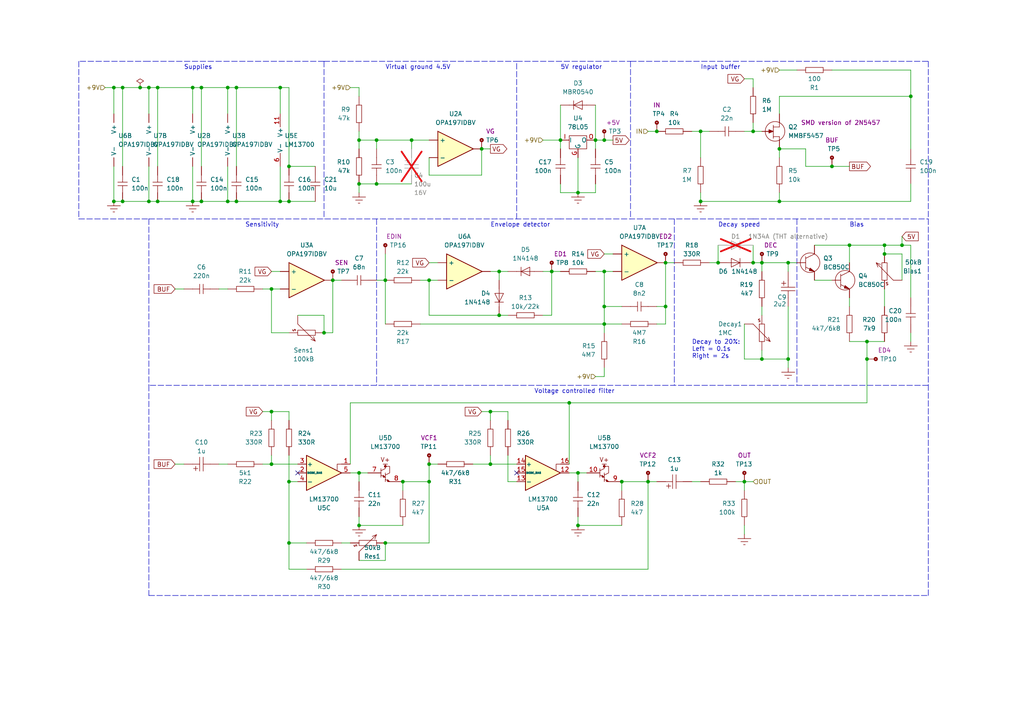
<source format=kicad_sch>
(kicad_sch (version 20230121) (generator eeschema)
  (paper "A4")
  (title_block (title "Snow White Auto Wah") (date "2026-01-03") (rev "2") (company "ghost.sk"))
  (junction (at 116.84 139.7))
  (junction (at 83.82 58.42))
  (junction (at 109.22 53.34))
  (junction (at 109.22 40.64))
  (junction (at 33.02 228.6))
  (junction (at 203.2 38.1))
  (junction (at 43.18 248.92))
  (junction (at 203.2 58.42))
  (junction (at 68.58 58.42))
  (junction (at 175.26 93.98))
  (junction (at 111.76 81.28))
  (junction (at 33.02 261.62))
  (junction (at 38.1 226.06))
  (junction (at 251.46 104.14))
  (junction (at 33.02 58.42))
  (junction (at 256.54 71.12))
  (junction (at 78.74 83.82))
  (junction (at 73.66 223.52))
  (junction (at 35.56 236.22))
  (junction (at 208.28 76.2))
  (junction (at 66.04 223.52))
  (junction (at 83.82 157.48))
  (junction (at 58.42 58.42))
  (junction (at 78.74 119.38))
  (junction (at 93.98 96.52))
  (junction (at 175.26 78.74))
  (junction (at 66.04 25.4))
  (junction (at 35.56 25.4))
  (junction (at 175.26 88.9))
  (junction (at 167.64 55.88))
  (junction (at 261.62 71.12))
  (junction (at 43.18 58.42))
  (junction (at 124.46 134.62))
  (junction (at 167.64 152.4))
  (junction (at 190.5 38.1))
  (junction (at 35.56 58.42))
  (junction (at 111.76 157.48))
  (junction (at 66.04 233.68))
  (junction (at 104.14 53.34))
  (junction (at 193.04 88.9))
  (junction (at 241.3 48.26))
  (junction (at 55.88 58.42))
  (junction (at 256.54 73.66))
  (junction (at 218.44 38.1))
  (junction (at 66.04 243.84))
  (junction (at 228.6 76.2))
  (junction (at 220.98 76.2))
  (junction (at 180.34 139.7))
  (junction (at 251.46 99.06))
  (junction (at 218.44 76.2))
  (junction (at 43.18 261.62))
  (junction (at 83.82 48.26))
  (junction (at 172.72 40.64))
  (junction (at 104.14 137.16))
  (junction (at 215.9 139.7))
  (junction (at 167.64 137.16))
  (junction (at 83.82 139.7))
  (junction (at 165.1 116.84))
  (junction (at 160.02 78.74))
  (junction (at 144.78 91.44))
  (junction (at 228.6 104.14))
  (junction (at 124.46 81.28))
  (junction (at 33.02 25.4))
  (junction (at 38.1 228.6))
  (junction (at 96.52 81.28))
  (junction (at 33.02 259.08))
  (junction (at 33.02 220.98))
  (junction (at 144.78 78.74))
  (junction (at 220.98 104.14))
  (junction (at 139.7 43.18))
  (junction (at 55.88 25.4))
  (junction (at 187.96 139.7))
  (junction (at 58.42 25.4))
  (junction (at 104.14 152.4))
  (junction (at 68.58 25.4))
  (junction (at 193.04 76.2))
  (junction (at 33.02 251.46))
  (junction (at 246.38 71.12))
  (junction (at 43.18 25.4))
  (junction (at 78.74 134.62))
  (junction (at 50.8 246.38))
  (junction (at 81.28 58.42))
  (junction (at 226.06 43.18))
  (junction (at 81.28 25.4))
  (junction (at 45.72 58.42))
  (junction (at 142.24 134.62))
  (junction (at 226.06 58.42))
  (junction (at 40.64 25.4))
  (junction (at 45.72 25.4))
  (junction (at 175.26 40.64))
  (junction (at 33.02 238.76))
  (junction (at 119.38 40.64))
  (junction (at 162.56 40.64))
  (junction (at 142.24 119.38))
  (junction (at 264.16 27.94))
  (junction (at 124.46 139.7))
  (junction (at 104.14 40.64))
  (junction (at 66.04 58.42))
  (no_connect (at 149.86 137.16))
  (no_connect (at 30.48 246.38))
  (no_connect (at 30.48 233.68))
  (no_connect (at 86.36 137.16))
  (wire (pts (xy 241.3 48.26) (xy 246.38 48.26)))
  (polyline (pts (xy 218.44 63.5) (xy 269.24 63.5)) (stroke (width 0) (type dash)))
  (wire (pts (xy 213.36 139.7) (xy 215.9 139.7)))
  (wire (pts (xy 68.58 58.42) (xy 81.28 58.42)))
  (wire (pts (xy 33.02 228.6) (xy 38.1 228.6)))
  (wire (pts (xy 68.58 236.22) (xy 68.58 243.84)))
  (wire (pts (xy 109.22 53.34) (xy 119.38 53.34)))
  (wire (pts (xy 30.48 248.92) (xy 43.18 248.92)))
  (wire (pts (xy 109.22 256.54) (xy 106.68 256.54)))
  (wire (pts (xy 58.42 58.42) (xy 66.04 58.42)))
  (polyline (pts (xy 53.34 213.36) (xy 53.34 271.78)) (stroke (width 0) (type dash)))
  (wire (pts (xy 144.78 78.74) (xy 147.32 78.74)))
  (wire (pts (xy 167.64 137.16) (xy 170.18 137.16)))
  (wire (pts (xy 218.44 71.12) (xy 218.44 76.2)))
  (wire (pts (xy 35.56 25.4) (xy 35.56 48.26)))
  (wire (pts (xy 38.1 228.6) (xy 38.1 251.46)))
  (wire (pts (xy 142.24 119.38) (xy 142.24 121.92)))
  (wire (pts (xy 104.14 251.46) (xy 109.22 251.46)))
  (wire (pts (xy 58.42 25.4) (xy 58.42 48.26)))
  (wire (pts (xy 180.34 139.7) (xy 187.96 139.7)))
  (wire (pts (xy 175.26 106.68) (xy 175.26 109.22)))
  (wire (pts (xy 78.74 119.38) (xy 83.82 119.38)))
  (wire (pts (xy 38.1 226.06) (xy 40.64 226.06)))
  (wire (pts (xy 50.8 83.82) (xy 53.34 83.82)))
  (polyline (pts (xy 53.34 271.78) (xy 96.52 271.78)) (stroke (width 0) (type dash)))
  (wire (pts (xy 86.36 91.44) (xy 93.98 91.44)))
  (wire (pts (xy 180.34 88.9) (xy 175.26 88.9)))
  (wire (pts (xy 104.14 53.34) (xy 109.22 53.34)))
  (wire (pts (xy 228.6 104.14) (xy 228.6 106.68)))
  (wire (pts (xy 127 81.28) (xy 124.46 81.28)))
  (polyline (pts (xy 182.88 17.78) (xy 269.24 17.78)) (stroke (width 0) (type dash)))
  (wire (pts (xy 30.48 228.6) (xy 33.02 228.6)))
  (polyline (pts (xy 93.98 17.78) (xy 93.98 63.5)) (stroke (width 0) (type dash)))
  (wire (pts (xy 68.58 25.4) (xy 68.58 48.26)))
  (wire (pts (xy 172.72 53.34) (xy 172.72 55.88)))
  (polyline (pts (xy 43.18 172.72) (xy 269.24 172.72)) (stroke (width 0) (type dash)))
  (wire (pts (xy 261.62 71.12) (xy 264.16 71.12)))
  (wire (pts (xy 66.04 48.26) (xy 66.04 58.42)))
  (wire (pts (xy 76.2 83.82) (xy 78.74 83.82)))
  (wire (pts (xy 121.92 93.98) (xy 175.26 93.98)))
  (wire (pts (xy 251.46 116.84) (xy 165.1 116.84)))
  (wire (pts (xy 193.04 76.2) (xy 193.04 88.9)))
  (wire (pts (xy 76.2 134.62) (xy 78.74 134.62)))
  (wire (pts (xy 111.76 157.48) (xy 111.76 162.56)))
  (wire (pts (xy 246.38 71.12) (xy 246.38 76.2)))
  (wire (pts (xy 144.78 91.44) (xy 124.46 91.44)))
  (wire (pts (xy 101.6 137.16) (xy 104.14 137.16)))
  (wire (pts (xy 236.22 81.28) (xy 241.3 81.28)))
  (wire (pts (xy 205.74 76.2) (xy 208.28 76.2)))
  (wire (pts (xy 124.46 81.28) (xy 124.46 91.44)))
  (wire (pts (xy 215.9 139.7) (xy 218.44 139.7)))
  (polyline (pts (xy 149.86 63.5) (xy 149.86 17.78)) (stroke (width 0) (type dash)))
  (wire (pts (xy 139.7 119.38) (xy 142.24 119.38)))
  (wire (pts (xy 33.02 25.4) (xy 33.02 33.02)))
  (wire (pts (xy 246.38 99.06) (xy 251.46 99.06)))
  (wire (pts (xy 50.8 246.38) (xy 50.8 251.46)))
  (wire (pts (xy 33.02 220.98) (xy 33.02 223.52)))
  (polyline (pts (xy 109.22 63.5) (xy 109.22 111.76)) (stroke (width 0) (type dash)))
  (wire (pts (xy 142.24 78.74) (xy 144.78 78.74)))
  (wire (pts (xy 139.7 43.18) (xy 139.7 50.8)))
  (wire (pts (xy 83.82 121.92) (xy 83.82 119.38)))
  (wire (pts (xy 78.74 96.52) (xy 83.82 96.52)))
  (wire (pts (xy 33.02 228.6) (xy 33.02 226.06)))
  (wire (pts (xy 104.14 248.92) (xy 109.22 248.92)))
  (wire (pts (xy 30.48 238.76) (xy 33.02 238.76)))
  (polyline (pts (xy 149.86 17.78) (xy 182.88 17.78)) (stroke (width 0) (type dash)))
  (wire (pts (xy 256.54 73.66) (xy 261.62 73.66)))
  (wire (pts (xy 104.14 38.1) (xy 104.14 40.64)))
  (wire (pts (xy 233.68 48.26) (xy 241.3 48.26)))
  (wire (pts (xy 30.48 25.4) (xy 33.02 25.4)))
  (wire (pts (xy 101.6 134.62) (xy 101.6 116.84)))
  (wire (pts (xy 264.16 86.36) (xy 264.16 71.12)))
  (wire (pts (xy 175.26 109.22) (xy 172.72 109.22)))
  (wire (pts (xy 63.5 83.82) (xy 66.04 83.82)))
  (wire (pts (xy 96.52 81.28) (xy 99.06 81.28)))
  (wire (pts (xy 187.96 165.1) (xy 187.96 139.7)))
  (wire (pts (xy 162.56 53.34) (xy 162.56 55.88)))
  (wire (pts (xy 43.18 58.42) (xy 45.72 58.42)))
  (wire (pts (xy 83.82 58.42) (xy 91.44 58.42)))
  (wire (pts (xy 104.14 152.4) (xy 116.84 152.4)))
  (wire (pts (xy 203.2 38.1) (xy 203.2 45.72)))
  (wire (pts (xy 264.16 96.52) (xy 264.16 99.06)))
  (wire (pts (xy 203.2 58.42) (xy 226.06 58.42)))
  (wire (pts (xy 78.74 78.74) (xy 81.28 78.74)))
  (wire (pts (xy 109.22 40.64) (xy 119.38 40.64)))
  (wire (pts (xy 30.48 256.54) (xy 33.02 256.54)))
  (wire (pts (xy 137.16 134.62) (xy 142.24 134.62)))
  (wire (pts (xy 162.56 40.64) (xy 162.56 43.18)))
  (wire (pts (xy 226.06 43.18) (xy 226.06 45.72)))
  (wire (pts (xy 40.64 25.4) (xy 43.18 25.4)))
  (wire (pts (xy 220.98 101.6) (xy 220.98 104.14)))
  (wire (pts (xy 91.44 236.22) (xy 91.44 248.92)))
  (wire (pts (xy 165.1 137.16) (xy 167.64 137.16)))
  (wire (pts (xy 220.98 104.14) (xy 228.6 104.14)))
  (wire (pts (xy 104.14 40.64) (xy 104.14 43.18)))
  (wire (pts (xy 147.32 132.08) (xy 147.32 139.7)))
  (wire (pts (xy 63.5 134.62) (xy 66.04 134.62)))
  (wire (pts (xy 218.44 38.1) (xy 220.98 38.1)))
  (wire (pts (xy 88.9 157.48) (xy 83.82 157.48)))
  (wire (pts (xy 38.1 228.6) (xy 55.88 228.6)))
  (wire (pts (xy 99.06 157.48) (xy 101.6 157.48)))
  (wire (pts (xy 33.02 58.42) (xy 35.56 58.42)))
  (wire (pts (xy 104.14 137.16) (xy 104.14 139.7)))
  (wire (pts (xy 187.96 38.1) (xy 190.5 38.1)))
  (wire (pts (xy 109.22 40.64) (xy 109.22 43.18)))
  (wire (pts (xy 167.64 45.72) (xy 167.64 55.88)))
  (polyline (pts (xy 22.86 63.5) (xy 43.18 63.5)) (stroke (width 0) (type dash)))
  (wire (pts (xy 236.22 71.12) (xy 246.38 71.12)))
  (wire (pts (xy 261.62 68.58) (xy 261.62 71.12)))
  (wire (pts (xy 233.68 43.18) (xy 226.06 43.18)))
  (wire (pts (xy 172.72 40.64) (xy 175.26 40.64)))
  (polyline (pts (xy 22.86 17.78) (xy 22.86 63.5)) (stroke (width 0) (type dash)))
  (wire (pts (xy 45.72 58.42) (xy 55.88 58.42)))
  (wire (pts (xy 190.5 88.9) (xy 193.04 88.9)))
  (wire (pts (xy 66.04 58.42) (xy 68.58 58.42)))
  (wire (pts (xy 215.9 152.4) (xy 215.9 154.94)))
  (polyline (pts (xy 119.38 213.36) (xy 119.38 271.78)) (stroke (width 0) (type dash)))
  (wire (pts (xy 139.7 43.18) (xy 142.24 43.18)))
  (wire (pts (xy 116.84 139.7) (xy 116.84 142.24)))
  (wire (pts (xy 43.18 25.4) (xy 45.72 25.4)))
  (polyline (pts (xy 43.18 63.5) (xy 73.66 63.5)) (stroke (width 0) (type dash)))
  (polyline (pts (xy 182.88 17.78) (xy 182.88 63.5)) (stroke (width 0) (type dash)))
  (wire (pts (xy 256.54 83.82) (xy 256.54 88.9)))
  (wire (pts (xy 35.56 236.22) (xy 40.64 236.22)))
  (wire (pts (xy 35.56 243.84) (xy 35.56 236.22)))
  (wire (pts (xy 93.98 91.44) (xy 93.98 96.52)))
  (wire (pts (xy 66.04 25.4) (xy 68.58 25.4)))
  (wire (pts (xy 55.88 58.42) (xy 58.42 58.42)))
  (wire (pts (xy 30.48 241.3) (xy 33.02 241.3)))
  (wire (pts (xy 66.04 223.52) (xy 66.04 233.68)))
  (wire (pts (xy 88.9 165.1) (xy 83.82 165.1)))
  (wire (pts (xy 241.3 20.32) (xy 264.16 20.32)))
  (wire (pts (xy 78.74 134.62) (xy 86.36 134.62)))
  (wire (pts (xy 220.98 76.2) (xy 220.98 78.74)))
  (wire (pts (xy 175.26 73.66) (xy 177.8 73.66)))
  (wire (pts (xy 116.84 139.7) (xy 124.46 139.7)))
  (wire (pts (xy 220.98 88.9) (xy 220.98 91.44)))
  (wire (pts (xy 261.62 73.66) (xy 261.62 81.28)))
  (wire (pts (xy 73.66 223.52) (xy 66.04 223.52)))
  (wire (pts (xy 144.78 78.74) (xy 144.78 81.28)))
  (wire (pts (xy 83.82 48.26) (xy 91.44 48.26)))
  (wire (pts (xy 78.74 132.08) (xy 78.74 134.62)))
  (wire (pts (xy 203.2 55.88) (xy 203.2 58.42)))
  (wire (pts (xy 104.14 25.4) (xy 104.14 27.94)))
  (wire (pts (xy 50.8 246.38) (xy 86.36 246.38)))
  (wire (pts (xy 124.46 134.62) (xy 127 134.62)))
  (wire (pts (xy 167.64 152.4) (xy 180.34 152.4)))
  (polyline (pts (xy 218.44 63.5) (xy 162.56 63.5)) (stroke (width 0) (type dash)))
  (wire (pts (xy 88.9 223.52) (xy 73.66 223.52)))
  (wire (pts (xy 144.78 91.44) (xy 147.32 91.44)))
  (polyline (pts (xy 73.66 63.5) (xy 129.54 63.5)) (stroke (width 0) (type dash)))
  (wire (pts (xy 101.6 25.4) (xy 104.14 25.4)))
  (polyline (pts (xy 43.18 17.78) (xy 22.86 17.78)) (stroke (width 0) (type dash)))
  (wire (pts (xy 124.46 45.72) (xy 124.46 50.8)))
  (wire (pts (xy 104.14 254) (xy 109.22 254)))
  (wire (pts (xy 33.02 256.54) (xy 33.02 259.08)))
  (wire (pts (xy 76.2 119.38) (xy 78.74 119.38)))
  (wire (pts (xy 88.9 233.68) (xy 86.36 233.68)))
  (wire (pts (xy 147.32 121.92) (xy 147.32 119.38)))
  (wire (pts (xy 33.02 251.46) (xy 38.1 251.46)))
  (wire (pts (xy 81.28 48.26) (xy 81.28 58.42)))
  (wire (pts (xy 66.04 33.02) (xy 66.04 25.4)))
  (polyline (pts (xy 269.24 63.5) (xy 269.24 111.76)) (stroke (width 0) (type dash)))
  (wire (pts (xy 220.98 76.2) (xy 228.6 76.2)))
  (wire (pts (xy 55.88 25.4) (xy 58.42 25.4)))
  (wire (pts (xy 104.14 40.64) (xy 109.22 40.64)))
  (polyline (pts (xy 162.56 63.5) (xy 129.54 63.5)) (stroke (width 0) (type dash)))
  (wire (pts (xy 193.04 88.9) (xy 193.04 93.98)))
  (wire (pts (xy 63.5 248.92) (xy 63.5 256.54)))
  (wire (pts (xy 83.82 139.7) (xy 86.36 139.7)))
  (wire (pts (xy 96.52 81.28) (xy 96.52 96.52)))
  (wire (pts (xy 251.46 104.14) (xy 251.46 116.84)))
  (wire (pts (xy 50.8 134.62) (xy 53.34 134.62)))
  (polyline (pts (xy 43.18 111.76) (xy 43.18 172.72)) (stroke (width 0) (type dash)))
  (polyline (pts (xy 12.7 213.36) (xy 53.34 213.36)) (stroke (width 0) (type dash)))
  (wire (pts (xy 45.72 25.4) (xy 55.88 25.4)))
  (wire (pts (xy 167.64 137.16) (xy 167.64 139.7)))
  (wire (pts (xy 215.9 139.7) (xy 215.9 142.24)))
  (wire (pts (xy 43.18 248.92) (xy 43.18 251.46)))
  (wire (pts (xy 55.88 228.6) (xy 55.88 223.52)))
  (wire (pts (xy 78.74 83.82) (xy 81.28 83.82)))
  (wire (pts (xy 30.48 223.52) (xy 33.02 223.52)))
  (wire (pts (xy 124.46 134.62) (xy 124.46 139.7)))
  (polyline (pts (xy 96.52 271.78) (xy 119.38 271.78)) (stroke (width 0) (type dash)))
  (wire (pts (xy 83.82 48.26) (xy 83.82 25.4)))
  (wire (pts (xy 124.46 81.28) (xy 121.92 81.28)))
  (wire (pts (xy 175.26 96.52) (xy 175.26 93.98)))
  (wire (pts (xy 175.26 40.64) (xy 177.8 40.64)))
  (wire (pts (xy 226.06 58.42) (xy 264.16 58.42)))
  (wire (pts (xy 35.56 58.42) (xy 43.18 58.42)))
  (wire (pts (xy 55.88 25.4) (xy 55.88 33.02)))
  (wire (pts (xy 228.6 78.74) (xy 228.6 76.2)))
  (wire (pts (xy 30.48 236.22) (xy 35.56 236.22)))
  (wire (pts (xy 175.26 78.74) (xy 177.8 78.74)))
  (wire (pts (xy 33.02 261.62) (xy 43.18 261.62)))
  (wire (pts (xy 175.26 78.74) (xy 175.26 88.9)))
  (wire (pts (xy 101.6 116.84) (xy 165.1 116.84)))
  (polyline (pts (xy 43.18 63.5) (xy 43.18 111.76)) (stroke (width 0) (type dash)))
  (wire (pts (xy 193.04 76.2) (xy 195.58 76.2)))
  (wire (pts (xy 124.46 76.2) (xy 127 76.2)))
  (wire (pts (xy 124.46 50.8) (xy 139.7 50.8)))
  (wire (pts (xy 30.48 226.06) (xy 33.02 226.06)))
  (wire (pts (xy 30.48 243.84) (xy 35.56 243.84)))
  (wire (pts (xy 71.12 238.76) (xy 71.12 243.84)))
  (wire (pts (xy 63.5 256.54) (xy 81.28 256.54)))
  (wire (pts (xy 104.14 53.34) (xy 104.14 55.88)))
  (wire (pts (xy 30.48 231.14) (xy 50.8 231.14)))
  (wire (pts (xy 111.76 157.48) (xy 124.46 157.48)))
  (wire (pts (xy 142.24 132.08) (xy 142.24 134.62)))
  (wire (pts (xy 81.28 256.54) (xy 81.28 248.92)))
  (wire (pts (xy 157.48 78.74) (xy 160.02 78.74)))
  (wire (pts (xy 38.1 226.06) (xy 38.1 228.6)))
  (wire (pts (xy 160.02 91.44) (xy 160.02 78.74)))
  (polyline (pts (xy 93.98 17.78) (xy 149.86 17.78)) (stroke (width 0) (type dash)))
  (wire (pts (xy 142.24 134.62) (xy 149.86 134.62)))
  (wire (pts (xy 172.72 30.48) (xy 172.72 40.64)))
  (wire (pts (xy 264.16 53.34) (xy 264.16 58.42)))
  (wire (pts (xy 106.68 256.54) (xy 106.68 259.08)))
  (wire (pts (xy 43.18 261.62) (xy 50.8 261.62)))
  (wire (pts (xy 215.9 93.98) (xy 215.9 104.14)))
  (wire (pts (xy 190.5 93.98) (xy 193.04 93.98)))
  (wire (pts (xy 147.32 139.7) (xy 149.86 139.7)))
  (wire (pts (xy 172.72 40.64) (xy 172.72 43.18)))
  (wire (pts (xy 50.8 231.14) (xy 50.8 246.38)))
  (wire (pts (xy 33.02 251.46) (xy 33.02 254)))
  (wire (pts (xy 175.26 88.9) (xy 175.26 93.98)))
  (wire (pts (xy 200.66 38.1) (xy 203.2 38.1)))
  (wire (pts (xy 66.04 233.68) (xy 71.12 233.68)))
  (wire (pts (xy 33.02 25.4) (xy 35.56 25.4)))
  (wire (pts (xy 226.06 20.32) (xy 231.14 20.32)))
  (wire (pts (xy 81.28 25.4) (xy 83.82 25.4)))
  (wire (pts (xy 251.46 99.06) (xy 251.46 104.14)))
  (wire (pts (xy 111.76 81.28) (xy 111.76 93.98)))
  (wire (pts (xy 215.9 104.14) (xy 220.98 104.14)))
  (wire (pts (xy 60.96 243.84) (xy 66.04 243.84)))
  (wire (pts (xy 81.28 248.92) (xy 91.44 248.92)))
  (wire (pts (xy 81.28 33.02) (xy 81.28 25.4)))
  (wire (pts (xy 264.16 20.32) (xy 264.16 27.94)))
  (wire (pts (xy 187.96 139.7) (xy 190.5 139.7)))
  (polyline (pts (xy 231.14 63.5) (xy 231.14 111.76)) (stroke (width 0) (type dash)))
  (wire (pts (xy 167.64 149.86) (xy 167.64 152.4)))
  (wire (pts (xy 180.34 139.7) (xy 180.34 142.24)))
  (polyline (pts (xy 93.98 17.78) (xy 43.18 17.78)) (stroke (width 0) (type dash)))
  (wire (pts (xy 33.02 238.76) (xy 40.64 238.76)))
  (wire (pts (xy 228.6 76.2) (xy 231.14 76.2)))
  (polyline (pts (xy 269.24 172.72) (xy 269.24 111.76)) (stroke (width 0) (type dash)))
  (wire (pts (xy 162.56 55.88) (xy 167.64 55.88)))
  (wire (pts (xy 203.2 38.1) (xy 205.74 38.1)))
  (wire (pts (xy 226.06 55.88) (xy 226.06 58.42)))
  (wire (pts (xy 218.44 25.4) (xy 218.44 22.86)))
  (wire (pts (xy 215.9 22.86) (xy 218.44 22.86)))
  (wire (pts (xy 81.28 58.42) (xy 83.82 58.42)))
  (wire (pts (xy 167.64 55.88) (xy 172.72 55.88)))
  (wire (pts (xy 43.18 248.92) (xy 63.5 248.92)))
  (polyline (pts (xy 12.7 271.78) (xy 53.34 271.78)) (stroke (width 0) (type dash)))
  (wire (pts (xy 86.36 238.76) (xy 86.36 246.38)))
  (wire (pts (xy 228.6 88.9) (xy 228.6 104.14)))
  (wire (pts (xy 104.14 246.38) (xy 109.22 246.38)))
  (wire (pts (xy 30.48 251.46) (xy 33.02 251.46)))
  (polyline (pts (xy 195.58 63.5) (xy 195.58 111.76)) (stroke (width 0) (type dash)))
  (wire (pts (xy 226.06 27.94) (xy 226.06 33.02)))
  (wire (pts (xy 218.44 76.2) (xy 220.98 76.2)))
  (wire (pts (xy 33.02 48.26) (xy 33.02 58.42)))
  (wire (pts (xy 256.54 71.12) (xy 256.54 73.66)))
  (wire (pts (xy 208.28 71.12) (xy 208.28 76.2)))
  (wire (pts (xy 157.48 40.64) (xy 162.56 40.64)))
  (wire (pts (xy 251.46 99.06) (xy 256.54 99.06)))
  (wire (pts (xy 157.48 91.44) (xy 160.02 91.44)))
  (wire (pts (xy 256.54 71.12) (xy 261.62 71.12)))
  (wire (pts (xy 256.54 71.12) (xy 246.38 71.12)))
  (wire (pts (xy 71.12 236.22) (xy 68.58 236.22)))
  (wire (pts (xy 218.44 35.56) (xy 218.44 38.1)))
  (wire (pts (xy 33.02 238.76) (xy 33.02 241.3)))
  (wire (pts (xy 99.06 165.1) (xy 187.96 165.1)))
  (polyline (pts (xy 269.24 17.78) (xy 269.24 63.5)) (stroke (width 0) (type dash)))
  (wire (pts (xy 226.06 27.94) (xy 264.16 27.94)))
  (wire (pts (xy 175.26 93.98) (xy 180.34 93.98)))
  (wire (pts (xy 93.98 96.52) (xy 96.52 96.52)))
  (wire (pts (xy 83.82 132.08) (xy 83.82 139.7)))
  (wire (pts (xy 33.02 261.62) (xy 33.02 259.08)))
  (wire (pts (xy 264.16 43.18) (xy 264.16 27.94)))
  (wire (pts (xy 215.9 38.1) (xy 218.44 38.1)))
  (wire (pts (xy 86.36 236.22) (xy 91.44 236.22)))
  (wire (pts (xy 55.88 48.26) (xy 55.88 58.42)))
  (wire (pts (xy 30.48 254) (xy 33.02 254)))
  (wire (pts (xy 104.14 162.56) (xy 111.76 162.56)))
  (wire (pts (xy 162.56 30.48) (xy 162.56 40.64)))
  (polyline (pts (xy 269.24 111.76) (xy 43.18 111.76)) (stroke (width 0) (type dash)))
  (wire (pts (xy 43.18 33.02) (xy 43.18 25.4)))
  (wire (pts (xy 104.14 149.86) (xy 104.14 152.4)))
  (wire (pts (xy 119.38 40.64) (xy 124.46 40.64)))
  (wire (pts (xy 246.38 86.36) (xy 246.38 88.9)))
  (wire (pts (xy 78.74 119.38) (xy 78.74 121.92)))
  (wire (pts (xy 200.66 139.7) (xy 203.2 139.7)))
  (wire (pts (xy 83.82 139.7) (xy 83.82 157.48)))
  (wire (pts (xy 33.02 220.98) (xy 35.56 220.98)))
  (wire (pts (xy 142.24 119.38) (xy 147.32 119.38)))
  (wire (pts (xy 30.48 259.08) (xy 33.02 259.08)))
  (wire (pts (xy 119.38 40.64) (xy 119.38 43.18)))
  (wire (pts (xy 160.02 78.74) (xy 162.56 78.74)))
  (wire (pts (xy 35.56 25.4) (xy 40.64 25.4)))
  (wire (pts (xy 68.58 25.4) (xy 81.28 25.4)))
  (wire (pts (xy 58.42 25.4) (xy 66.04 25.4)))
  (wire (pts (xy 45.72 48.26) (xy 45.72 25.4)))
  (wire (pts (xy 43.18 48.26) (xy 43.18 58.42)))
  (wire (pts (xy 68.58 243.84) (xy 66.04 243.84)))
  (wire (pts (xy 111.76 73.66) (xy 111.76 81.28)))
  (wire (pts (xy 83.82 157.48) (xy 83.82 165.1)))
  (wire (pts (xy 30.48 220.98) (xy 33.02 220.98)))
  (wire (pts (xy 233.68 48.26) (xy 233.68 43.18)))
  (wire (pts (xy 165.1 116.84) (xy 165.1 134.62)))
  (polyline (pts (xy 12.7 213.36) (xy 12.7 271.78)) (stroke (width 0) (type dash)))
  (wire (pts (xy 109.22 81.28) (xy 111.76 81.28)))
  (wire (pts (xy 104.14 137.16) (xy 106.68 137.16)))
  (wire (pts (xy 124.46 157.48) (xy 124.46 139.7)))
  (wire (pts (xy 78.74 83.82) (xy 78.74 96.52)))
  (wire (pts (xy 172.72 78.74) (xy 175.26 78.74)))
  (polyline (pts (xy 53.34 213.36) (xy 119.38 213.36)) (stroke (width 0) (type dash)))
  (text_box "Rev. 1, 2026-01-03\n- initial version\n\nRev. 2, 2026-02-17\n- ground loop TP2 slightly larger pads\n- JDC1 wire loop slightly larger pads\n- shown pots values\n- added 2 holes as drill templates for audio jacks\n- added hole as drill template for effect on LED\n- C6 moved bit further away from opamp for easier soldering\n- Removed uncertain notes from schematic that was found while building Rev.1" (at 142.24 218.44 0) (size 104.14 55.88) (effects (font (size 1.27 1.27)) (justify left top)))
  (text "Input buffer" (at 203.2 20.32 0) (effects (font (size 1.27 1.27)) (justify left bottom)))
  (text "Virtual ground 4.5V" (at 111.76 20.32 0) (effects (font (size 1.27 1.27)) (justify left bottom)))
  (text "Decay to 20%:\nLeft = 0.1s\nRight = 2s" (at 200.66 104.14 0) (effects (font (size 1.27 1.27)) (justify left bottom)))
  (text "PG is open drain, needs pullup to 3V3 to read it\nLOW  = good (e.g. 9V mode with 9V capable USB 3.0 PD adapter)\nHIGH = bad  (e.g. requested 9V with USB 2.0 adapter, output only 5V)" (at 55.88 269.24 0) (effects (font (size 1.27 1.27)) (justify left bottom)))
  (text "Decay speed" (at 208.28 66.04 0) (effects (font (size 1.27 1.27)) (justify left bottom)))
  (text "Envelope detector" (at 142.24 66.04 0) (effects (font (size 1.27 1.27)) (justify left bottom)))
  (text "Voltage controlled filter" (at 154.94 114.3 0) (effects (font (size 1.27 1.27)) (justify left bottom)))
  (text "USB Power Delivery 3.0\nreceiver chip" (at 66.04 218.44 0) (effects (font (size 1.27 1.27)) (justify left bottom)))
  (text "Bias" (at 246.38 66.04 0) (effects (font (size 1.27 1.27)) (justify left bottom)))
  (text "5V regulator" (at 162.56 20.32 0) (effects (font (size 1.27 1.27)) (justify left bottom)))
  (text "USB C female connector" (at 20.32 215.9 0) (effects (font (size 1.27 1.27)) (justify left bottom)))
  (text "Sensitivity" (at 71.12 66.04 0) (effects (font (size 1.27 1.27)) (justify left bottom)))
  (text "Supplies" (at 53.34 20.32 0) (effects (font (size 1.27 1.27)) (justify left bottom)))
  (global_label "VBUS_20V" (shape output) (at 40.64 226.06 0) (property "Intersheetrefs" "${INTERSHEET_REFS}" (effects hide)))
  (global_label "USB_DN" (shape output) (at 40.64 238.76 0) (property "Intersheetrefs" "${INTERSHEET_REFS}" (effects hide)))
  (global_label "VG" (shape input) (at 175.26 73.66 180) (property "Intersheetrefs" "${INTERSHEET_REFS}" (effects hide)))
  (global_label "VG" (shape input) (at 215.9 22.86 180) (property "Intersheetrefs" "${INTERSHEET_REFS}" (effects hide)))
  (global_label "VBUS_20V" (shape output) (at 104.14 248.92 180) (property "Intersheetrefs" "${INTERSHEET_REFS}" (effects hide)))
  (global_label "USB_DN" (shape output) (at 104.14 251.46 180) (property "Intersheetrefs" "${INTERSHEET_REFS}" (effects hide)))
  (global_label "BUF" (shape input) (at 50.8 134.62 180) (property "Intersheetrefs" "${INTERSHEET_REFS}" (effects hide)))
  (global_label "VG" (shape output) (at 142.24 43.18 0) (property "Intersheetrefs" "${INTERSHEET_REFS}" (effects hide)))
  (global_label "USB_DP" (shape output) (at 104.14 254 180) (property "Intersheetrefs" "${INTERSHEET_REFS}" (effects hide)))
  (global_label "5V" (shape input) (at 261.62 68.58 0) (property "Intersheetrefs" "${INTERSHEET_REFS}" (effects hide)))
  (global_label "OK" (shape input) (at 104.14 246.38 180) (property "Intersheetrefs" "${INTERSHEET_REFS}" (effects hide)))
  (global_label "VG" (shape input) (at 139.7 119.38 180) (property "Intersheetrefs" "${INTERSHEET_REFS}" (effects hide)))
  (global_label "BUF" (shape input) (at 50.8 83.82 180) (property "Intersheetrefs" "${INTERSHEET_REFS}" (effects hide)))
  (global_label "5V" (shape output) (at 177.8 40.64 0) (property "Intersheetrefs" "${INTERSHEET_REFS}" (effects hide)))
  (global_label "OK" (shape input) (at 71.12 243.84 0) (property "Intersheetrefs" "${INTERSHEET_REFS}" (effects hide)))
  (global_label "BUF" (shape output) (at 246.38 48.26 0) (property "Intersheetrefs" "${INTERSHEET_REFS}" (effects hide)))
  (global_label "VG" (shape input) (at 124.46 76.2 180) (property "Intersheetrefs" "${INTERSHEET_REFS}" (effects hide)))
  (global_label "USB_DP" (shape output) (at 40.64 236.22 0) (property "Intersheetrefs" "${INTERSHEET_REFS}" (effects hide)))
  (global_label "VG" (shape input) (at 78.74 78.74 180) (property "Intersheetrefs" "${INTERSHEET_REFS}" (effects hide)))
  (global_label "VG" (shape input) (at 76.2 119.38 180) (property "Intersheetrefs" "${INTERSHEET_REFS}" (effects hide)))
  (hierarchical_label "OUT" (shape input) (at 218.44 139.7 0))
  (hierarchical_label "+9V" (shape input) (at 226.06 20.32 180))
  (hierarchical_label "IN" (shape input) (at 187.96 38.1 180))
  (hierarchical_label "+9V" (shape input) (at 172.72 109.22 180))
  (hierarchical_label "+9V" (shape input) (at 30.48 25.4 180))
  (hierarchical_label "+9V" (shape input) (at 101.6 25.4 180))
  (hierarchical_label "+9V" (shape input) (at 157.48 40.64 180))
  (symbol (lib_id "dvhx-kicad-library-2:C") (at 172.72 48.26 0) (unit 1)
    (property "Reference" "C5" (at 175.26 46.99 0) (effects (justify left)))
    (property "Value" "100n" (at 175.26 49.53 0) (effects (justify left)))
    (property "Footprint" "dvhx-kicad-library-2:C_0805" (effects hide))
    (property "UNIT_PRICE" "0.01" (effects hide))
  )
  (symbol (lib_id "dvhx-kicad-library-2:C") (at 58.42 83.82 270) (unit 1)
    (property "Reference" "C6" (at 58.42 77.47 90))
    (property "Value" "220n" (at 58.42 80.01 90))
    (property "Footprint" "dvhx-kicad-library-2:C_foil_W7.2H6.5T2.5P5.08D0.45mm" (effects hide))
    (property "MIN_ORDER" "10" (effects hide))
    (property "UNIT_PRICE" "0.0427" (effects hide))
    (property "URL" "https://www.lcsc.com/product-detail/C47917119.html" (effects hide))
  )
  (symbol (lib_id "dvhx-kicad-library-2:TLV271") (at 43.18 40.64 0) (unit 2)
    (property "Reference" "U7" (at 44.45 39.37 0) (effects (justify left)))
    (property "Value" "OPA197IDBV" (at 44.45 41.91 0) (effects (justify left)))
    (property "Footprint" "dvhx-kicad-library-2:SOT23-5-OGPNV-V2" (effects hide))
    (property "Datasheet" "https://www.lcsc.com/datasheet/C221351.pdf" (effects hide))
    (property "MIN_ORDER" "1" (effects hide))
    (property "UNIT_PRICE" "0.9670" (effects hide))
    (property "URL" "https://www.lcsc.com/product-detail/C131929.html" (effects hide))
  )
  (symbol (lib_id "power:PWR_FLAG") (at 38.1 226.06 0) (unit 1)
    (property "Reference" "#FLG03" (effects hide))
    (property "Value" "PWR_FLAG" (effects hide))
  )
  (symbol (lib_name "GND_1") (lib_id "dvhx-kicad-library-2:GND") (at 264.16 99.06 0) (unit 1)
    (property "Reference" "#PWR017" (effects hide))
    (property "Value" "GND" (effects hide))
  )
  (symbol (lib_id "dvhx-kicad-library-2:78L05") (at 167.64 40.64 0) (unit 1)
    (property "Reference" "U4" (at 167.64 34.29 0))
    (property "Value" "78L05" (at 167.64 36.83 0))
    (property "Footprint" "dvhx-kicad-library-2:SOT-89-3-OGI" (effects hide))
    (property "Datasheet" "https://www.lcsc.com/datasheet/C347258.pdf" (effects hide))
    (property "MIN_ORDER" "20" (effects hide))
    (property "UNIT_PRICE" "0.0263" (effects hide))
    (property "URL" "https://www.lcsc.com/product-detail/C347258.html" (effects hide))
  )
  (symbol (lib_id "dvhx-kicad-library-2:C") (at 68.58 53.34 0) (unit 1)
    (property "Reference" "C15" (at 71.12 52.07 0) (effects (justify left)))
    (property "Value" "100n" (at 71.12 54.61 0) (effects (justify left)))
    (property "Footprint" "dvhx-kicad-library-2:C_0805" (effects hide))
    (property "UNIT_PRICE" "0.01" (effects hide))
  )
  (symbol (lib_id "dvhx-kicad-library-2:LM13700") (at 93.98 137.16 0) (mirror x) (unit 3)
    (property "Reference" "U5" (at 93.98 147.32 0))
    (property "Value" "LM13700" (at 93.98 144.78 0))
    (property "Footprint" "Package_SO:SOP-16_4.4x10.4mm_P1.27mm" (effects hide))
    (property "Datasheet" "https://www.lcsc.com/datasheet/C174050.pdf" (effects hide))
    (property "MIN_ORDER" "1" (effects hide))
    (property "UNIT_PRICE" "0.5467" (effects hide))
    (property "URL" "https://www.lcsc.com/product-detail/C174050.html" (effects hide))
  )
  (symbol (lib_id "dvhx-kicad-library-2:C_polarized") (at 195.58 139.7 90) (unit 1)
    (property "Reference" "C13" (at 195.58 133.35 90))
    (property "Value" "1u" (at 195.58 135.89 90))
    (property "Footprint" "dvhx-kicad-library-2:C_polarized_D4H7P2D0.45mm" (effects hide))
    (property "Note" "16V" (effects hide))
    (property "MIN_ORDER" "50" (effects hide))
    (property "UNIT_PRICE" "0.0160" (effects hide))
    (property "URL" "https://www.lcsc.com/product-detail/C216323.html" (effects hide))
  )
  (symbol (lib_id "dvhx-kicad-library-2:R") (at 203.2 50.8 0) (mirror x) (unit 1)
    (property "Reference" "R7" (at 200.66 49.53 0) (effects (justify right)))
    (property "Value" "1M" (at 200.66 52.07 0) (effects (justify right)))
    (property "Footprint" "dvhx-kicad-library-2:R_0805" (effects hide))
    (property "UNIT_PRICE" "0.01" (effects hide))
  )
  (symbol (lib_id "dvhx-kicad-library-2:R") (at 167.64 78.74 90) (unit 1)
    (property "Reference" "R14" (at 167.64 73.66 90))
    (property "Value" "10k" (at 167.64 76.2 90))
    (property "Footprint" "dvhx-kicad-library-2:R_0805" (effects hide))
    (property "UNIT_PRICE" "0.01" (effects hide))
  )
  (symbol (lib_id "dvhx-kicad-library-2:R") (at 60.96 223.52 90) (unit 1)
    (property "Reference" "R2" (at 60.96 218.44 90))
    (property "Value" "1k" (at 60.96 220.98 90))
    (property "Footprint" "dvhx-kicad-library-2:R_0603" (effects hide))
    (property "UNIT_PRICE" "DNI" (effects hide))
  )
  (symbol (lib_name "GND_1") (lib_id "dvhx-kicad-library-2:GND") (at 167.64 55.88 0) (unit 1)
    (property "Reference" "#PWR010" (effects hide))
    (property "Value" "GND" (effects hide))
  )
  (symbol (lib_name "GND_1") (lib_id "dvhx-kicad-library-2:GND") (at 104.14 152.4 0) (unit 1)
    (property "Reference" "#PWR013" (effects hide))
    (property "Value" "GND" (effects hide))
  )
  (symbol (lib_id "dvhx-kicad-library-2:C") (at 167.64 144.78 0) (unit 1)
    (property "Reference" "C12" (at 170.18 143.51 0) (effects (justify left)))
    (property "Value" "22n" (at 170.18 146.05 0) (effects (justify left)))
    (property "Footprint" "dvhx-kicad-library-2:C_foil_W7.2H6.5T2.5P5.08D0.45mm" (effects hide))
    (property "MIN_ORDER" "0.0319" (effects hide))
    (property "UNIT_PRICE" "0.0319" (effects hide))
    (property "URL" "https://www.lcsc.com/product-detail/C514189.html" (effects hide))
  )
  (symbol (lib_id "dvhx-kicad-library-2:R") (at 88.9 228.6 0) (unit 1)
    (property "Reference" "R3" (at 91.44 227.33 0) (effects (justify left)))
    (property "Value" "200k" (at 91.44 229.87 0) (effects (justify left)))
    (property "Footprint" "dvhx-kicad-library-2:R_0603" (effects hide))
    (property "UNIT_PRICE" "DNI" (effects hide))
  )
  (symbol (lib_id "dvhx-kicad-library-2:Test_point_D1.5_H0.5") (at 139.7 40.64 270) (mirror x) (unit 1)
    (property "Reference" "TP6" (at 140.97 40.64 90) (effects (justify left)))
    (property "Value" "Test_point_D1.5_H0.5" (effects hide))
    (property "Footprint" "dvhx-kicad-library-2:Test_point_1.5mm_H0.5mm" (effects hide))
    (property "Note" "VG" (at 142.24 38.1 90))
    (property "UNIT_PRICE" "DNI" (effects hide))
  )
  (symbol (lib_id "dvhx-kicad-library-2:R") (at 200.66 76.2 90) (unit 1)
    (property "Reference" "R18" (at 200.66 71.12 90))
    (property "Value" "330R" (at 200.66 73.66 90))
    (property "Footprint" "dvhx-kicad-library-2:R_0805" (effects hide))
    (property "UNIT_PRICE" "0.01" (effects hide))
  )
  (symbol (lib_id "dvhx-kicad-library-2:NPN") (at 236.22 76.2 0) (unit 1)
    (property "Reference" "Q3" (at 238.76 74.93 0) (effects (justify left)))
    (property "Value" "BC850C" (at 238.76 77.47 0) (effects (justify left)))
    (property "Footprint" "dvhx-kicad-library-2:SOT23-BEC" (effects hide))
    (property "Datasheet" "https://www.lcsc.com/datasheet/C21714249.pdf" (effects hide))
    (property "MIN_ORDER" "50" (effects hide))
    (property "UNIT_PRICE" "0.0108" (effects hide))
    (property "URL" "https://www.lcsc.com/product-detail/C21714249.html" (effects hide))
  )
  (symbol (lib_id "dvhx-kicad-library-2:R") (at 195.58 38.1 90) (unit 1)
    (property "Reference" "R4" (at 195.58 33.02 90))
    (property "Value" "10k" (at 195.58 35.56 90))
    (property "Footprint" "dvhx-kicad-library-2:R_0805" (effects hide))
    (property "UNIT_PRICE" "0.01" (effects hide))
  )
  (symbol (lib_id "dvhx-kicad-library-2:C") (at 35.56 53.34 0) (unit 1)
    (property "Reference" "C1" (at 38.1 52.07 0) (effects (justify left)))
    (property "Value" "100n" (at 38.1 54.61 0) (effects (justify left)))
    (property "Footprint" "dvhx-kicad-library-2:C_0805" (effects hide))
    (property "UNIT_PRICE" "0.01" (effects hide))
  )
  (symbol (lib_id "dvhx-kicad-library-2:P") (at 88.9 96.52 270) (unit 1)
    (property "Reference" "Sens1" (at 88.0702 101.6 90))
    (property "Value" "100kB" (at 88.0702 104.14 90))
    (property "Footprint" "dvhx-kicad-library-2:P_Daughterboard_Mono_Davies_1900H" (effects hide))
    (property "MIN_ORDER" "2" (effects hide))
    (property "UNIT_PRICE" "0.80" (effects hide))
    (property "URL" "https://s.click.aliexpress.com/e/_c3w9c93V" (effects hide))
  )
  (symbol (lib_id "dvhx-kicad-library-2:LM13700") (at 177.8 137.16 0) (unit 2)
    (property "Reference" "U5" (at 175.26 127 0))
    (property "Value" "LM13700" (at 175.26 129.54 0))
    (property "Footprint" "Package_SO:SOP-16_4.4x10.4mm_P1.27mm" (effects hide))
    (property "Datasheet" "https://www.lcsc.com/datasheet/C174050.pdf" (effects hide))
    (property "MIN_ORDER" "1" (effects hide))
    (property "UNIT_PRICE" "0.5467" (effects hide))
    (property "URL" "https://www.lcsc.com/product-detail/C174050.html" (effects hide))
  )
  (symbol (lib_id "dvhx-kicad-library-2:R") (at 236.22 20.32 90) (mirror x) (unit 1)
    (property "Reference" "R1" (at 236.22 25.4 90))
    (property "Value" "100" (at 236.22 22.86 90))
    (property "Footprint" "dvhx-kicad-library-2:R_0805" (effects hide))
    (property "UNIT_PRICE" "0.01" (effects hide))
  )
  (symbol (lib_id "dvhx-kicad-library-2:R") (at 78.74 127 0) (mirror x) (unit 1)
    (property "Reference" "R23" (at 76.2 125.73 0) (effects (justify right)))
    (property "Value" "330R" (at 76.2 128.27 0) (effects (justify right)))
    (property "Footprint" "dvhx-kicad-library-2:R_0805" (effects hide))
    (property "UNIT_PRICE" "0.01" (effects hide))
  )
  (symbol (lib_id "dvhx-kicad-library-2:R") (at 208.28 139.7 90) (unit 1)
    (property "Reference" "R32" (at 208.28 134.62 90))
    (property "Value" "1k" (at 208.28 137.16 90))
    (property "Footprint" "dvhx-kicad-library-2:R_0805" (effects hide))
    (property "UNIT_PRICE" "0.01" (effects hide))
  )
  (symbol (lib_id "dvhx-kicad-library-2:LM13700") (at 83.82 40.64 0) (unit 5)
    (property "Reference" "U5" (at 82.55 39.37 0) (effects (justify left)))
    (property "Value" "LM13700" (at 82.55 41.91 0) (effects (justify left)))
    (property "Footprint" "Package_SO:SOP-16_4.4x10.4mm_P1.27mm" (effects hide))
    (property "Datasheet" "https://www.lcsc.com/datasheet/C174050.pdf" (effects hide))
    (property "MIN_ORDER" "1" (effects hide))
    (property "UNIT_PRICE" "0.5467" (effects hide))
    (property "URL" "https://www.lcsc.com/product-detail/C174050.html" (effects hide))
  )
  (symbol (lib_id "dvhx-kicad-library-2:TLV271") (at 88.9 81.28 0) (unit 1)
    (property "Reference" "U3" (at 88.9635 71.12 0))
    (property "Value" "OPA197IDBV" (at 88.9635 73.66 0))
    (property "Footprint" "dvhx-kicad-library-2:SOT23-5-OGPNV-V2" (effects hide))
    (property "Datasheet" "https://www.lcsc.com/datasheet/C221351.pdf" (effects hide))
    (property "MIN_ORDER" "1" (effects hide))
    (property "UNIT_PRICE" "0.9670" (effects hide))
    (property "URL" "https://www.lcsc.com/product-detail/C131929.html" (effects hide))
  )
  (symbol (lib_id "dvhx-kicad-library-2:GND") (at 17.78 266.7 0) (unit 1)
    (property "Reference" "#GND04" (effects hide))
    (property "Value" "GND" (effects hide))
  )
  (symbol (lib_id "dvhx-kicad-library-2:R") (at 152.4 91.44 90) (unit 1)
    (property "Reference" "R13" (at 152.4 86.36 90))
    (property "Value" "10k/22k" (at 152.4 88.9 90))
    (property "Footprint" "dvhx-kicad-library-2:R_0805" (effects hide))
    (property "UNIT_PRICE" "0.01" (effects hide))
  )
  (symbol (lib_id "dvhx-kicad-library-2:R") (at 218.44 30.48 180) (unit 1)
    (property "Reference" "R6" (at 220.98 29.21 0) (effects (justify right)))
    (property "Value" "1M" (at 220.98 31.75 0) (effects (justify right)))
    (property "Footprint" "dvhx-kicad-library-2:R_0805" (effects hide))
    (property "UNIT_PRICE" "0.01" (effects hide))
  )
  (symbol (lib_id "dvhx-kicad-library-2:R") (at 226.06 50.8 180) (unit 1)
    (property "Reference" "R5" (at 228.6 49.53 0) (effects (justify right)))
    (property "Value" "10k" (at 228.6 52.07 0) (effects (justify right)))
    (property "Footprint" "dvhx-kicad-library-2:R_0805" (effects hide))
    (property "UNIT_PRICE" "0.01" (effects hide))
  )
  (symbol (lib_id "dvhx-kicad-library-2:C") (at 66.04 238.76 0) (mirror y) (unit 1)
    (property "Reference" "C22" (at 63.5 237.49 0) (effects (justify left)))
    (property "Value" "1u" (at 63.5 240.03 0) (effects (justify left)))
    (property "Footprint" "dvhx-kicad-library-2:C_0603" (effects hide))
    (property "UNIT_PRICE" "DNI" (effects hide))
  )
  (symbol (lib_name "GND_1") (lib_id "dvhx-kicad-library-2:GND") (at 55.88 58.42 0) (unit 1)
    (property "Reference" "#PWR08" (effects hide))
    (property "Value" "GND" (effects hide))
  )
  (symbol (lib_id "dvhx-kicad-library-2:C") (at 264.16 91.44 0) (mirror y) (unit 1)
    (property "Reference" "C20" (at 261.62 90.17 0) (effects (justify left)))
    (property "Value" "100n" (at 261.62 92.71 0) (effects (justify left)))
    (property "Footprint" "dvhx-kicad-library-2:C_0805" (effects hide))
    (property "UNIT_PRICE" "0.01" (effects hide))
  )
  (symbol (lib_id "dvhx-kicad-library-2:TLV271") (at 33.02 40.64 0) (unit 2)
    (property "Reference" "U6" (at 34.29 39.37 0) (effects (justify left)))
    (property "Value" "OPA197IDBV" (at 34.29 41.91 0) (effects (justify left)))
    (property "Footprint" "dvhx-kicad-library-2:SOT23-5-OGPNV-V2" (effects hide))
    (property "Datasheet" "https://www.lcsc.com/datasheet/C221351.pdf" (effects hide))
    (property "MIN_ORDER" "1" (effects hide))
    (property "UNIT_PRICE" "0.9670" (effects hide))
    (property "URL" "https://www.lcsc.com/product-detail/C131929.html" (effects hide))
  )
  (symbol (lib_id "dvhx-kicad-library-2:C") (at 91.44 53.34 0) (unit 1)
    (property "Reference" "C21" (at 93.98 52.07 0) (effects (justify left)))
    (property "Value" "10u" (at 93.98 54.61 0) (effects (justify left)))
    (property "Footprint" "dvhx-kicad-library-2:C_0805" (effects hide))
    (property "UNIT_PRICE" "0.05" (effects hide))
  )
  (symbol (lib_id "dvhx-kicad-library-2:R") (at 93.98 157.48 90) (mirror x) (unit 1)
    (property "Reference" "R29" (at 93.98 162.56 90))
    (property "Value" "4k7/6k8" (at 93.98 160.02 90))
    (property "Footprint" "dvhx-kicad-library-2:R_0805" (effects hide))
    (property "UNIT_PRICE" "0.01" (effects hide))
  )
  (symbol (lib_id "dvhx-kicad-library-2:TLV271") (at 55.88 40.64 0) (unit 2)
    (property "Reference" "U2" (at 57.15 39.37 0) (effects (justify left)))
    (property "Value" "OPA197IDBV" (at 57.15 41.91 0) (effects (justify left)))
    (property "Footprint" "dvhx-kicad-library-2:SOT23-5-OGPNV-V2" (effects hide))
    (property "Datasheet" "https://www.lcsc.com/datasheet/C221351.pdf" (effects hide))
    (property "MIN_ORDER" "1" (effects hide))
    (property "UNIT_PRICE" "0.9670" (effects hide))
    (property "URL" "https://www.lcsc.com/product-detail/C131929.html" (effects hide))
  )
  (symbol (lib_id "dvhx-kicad-library-2:P") (at 220.98 96.52 0) (mirror x) (unit 1)
    (property "Reference" "Decay1" (at 208.28 93.98 0) (effects (justify left)))
    (property "Value" "1MC" (at 208.28 96.52 0) (effects (justify left)))
    (property "Footprint" "dvhx-kicad-library-2:P_Daughterboard_Mono_Davies_1900H" (effects hide))
    (property "MIN_ORDER" "2" (effects hide))
    (property "UNIT_PRICE" "0.80" (effects hide))
    (property "URL" "https://s.click.aliexpress.com/e/_c3w9c93V" (effects hide))
  )
  (symbol (lib_id "dvhx-kicad-library-2:R") (at 116.84 93.98 90) (mirror x) (unit 1)
    (property "Reference" "R17" (at 116.84 99.06 90))
    (property "Value" "22k" (at 116.84 96.52 90))
    (property "Footprint" "dvhx-kicad-library-2:R_0805" (effects hide))
    (property "UNIT_PRICE" "0.01" (effects hide))
  )
  (symbol (lib_id "dvhx-kicad-library-2:C_polarized") (at 58.42 134.62 90) (unit 1)
    (property "Reference" "C10" (at 58.42 128.27 90))
    (property "Value" "1u" (at 58.42 130.81 90))
    (property "Footprint" "dvhx-kicad-library-2:C_polarized_D4H7P2D0.45mm" (effects hide))
    (property "Note" "16V" (effects hide))
    (property "MIN_ORDER" "50" (effects hide))
    (property "UNIT_PRICE" "0.0160" (effects hide))
    (property "URL" "https://www.lcsc.com/product-detail/C216323.html" (effects hide))
  )
  (symbol (lib_id "dvhx-kicad-library-2:Test_point_D1.5_H0.5") (at 215.9 137.16 270) (mirror x) (unit 1)
    (property "Reference" "TP13" (at 213.36 134.62 90) (effects (justify left)))
    (property "Value" "Test_point_D1.5_H0.5" (effects hide))
    (property "Footprint" "dvhx-kicad-library-2:Test_point_1.5mm_H0.5mm" (effects hide))
    (property "Note" "OUT" (at 215.9 132.08 90))
    (property "UNIT_PRICE" "DNI" (effects hide))
  )
  (symbol (lib_name "GND_1") (lib_id "dvhx-kicad-library-2:GND") (at 104.14 55.88 0) (unit 1)
    (property "Reference" "#PWR09" (effects hide))
    (property "Value" "GND" (effects hide))
  )
  (symbol (lib_id "power:PWR_FLAG") (at 40.64 25.4 0) (unit 1)
    (property "Reference" "#FLG01" (effects hide))
    (property "Value" "PWR_FLAG" (effects hide))
  )
  (symbol (lib_id "dvhx-kicad-library-2:LM13700") (at 114.3 137.16 0) (unit 4)
    (property "Reference" "U5" (at 111.76 127 0))
    (property "Value" "LM13700" (at 111.76 129.54 0))
    (property "Footprint" "Package_SO:SOP-16_4.4x10.4mm_P1.27mm" (effects hide))
    (property "Datasheet" "https://www.lcsc.com/datasheet/C174050.pdf" (effects hide))
    (property "MIN_ORDER" "1" (effects hide))
    (property "UNIT_PRICE" "0.5467" (effects hide))
    (property "URL" "https://www.lcsc.com/product-detail/C174050.html" (effects hide))
  )
  (symbol (lib_id "dvhx-kicad-library-2:R") (at 220.98 83.82 0) (mirror x) (unit 1)
    (property "Reference" "R19" (at 218.44 82.55 0) (effects (justify right)))
    (property "Value" "4k7" (at 218.44 85.09 0) (effects (justify right)))
    (property "Footprint" "dvhx-kicad-library-2:R_0805" (effects hide))
    (property "UNIT_PRICE" "0.01" (effects hide))
  )
  (symbol (lib_id "dvhx-kicad-library-2:C") (at 58.42 53.34 0) (unit 1)
    (property "Reference" "C14" (at 60.96 52.07 0) (effects (justify left)))
    (property "Value" "100n" (at 60.96 54.61 0) (effects (justify left)))
    (property "Footprint" "dvhx-kicad-library-2:C_0805" (effects hide))
    (property "UNIT_PRICE" "0.01" (effects hide))
  )
  (symbol (lib_id "dvhx-kicad-library-2:C") (at 104.14 81.28 270) (unit 1)
    (property "Reference" "C7" (at 104.14 74.93 90))
    (property "Value" "68n" (at 104.14 77.47 90))
    (property "Footprint" "dvhx-kicad-library-2:C_foil_W7.2H6.5T2.5P5.08D0.45mm" (effects hide))
    (property "Datasheet" "https://www.lcsc.com/datasheet/C7502427.pdf" (effects hide))
    (property "MIN_ORDER" "10" (effects hide))
    (property "UNIT_PRICE" "0.0372" (effects hide))
    (property "URL" "https://www.lcsc.com/product-detail/C7502427.html" (effects hide))
  )
  (symbol (lib_id "dvhx-kicad-library-2:MMBFJ201") (at 226.06 38.1 0) (unit 1)
    (property "Reference" "Q2" (at 228.6 36.83 0) (effects (justify left)))
    (property "Value" "MMBF5457" (at 228.6 39.37 0) (effects (justify left)))
    (property "Footprint" "dvhx-kicad-library-2:SOT23-DSG" (effects hide))
    (property "Datasheet" "https://www.lcsc.com/datasheet/C2830807.pdf" (effects hide))
    (property "Note" "SMD version of 2N5457" (at 243.84 35.56 0))
    (property "MIN_ORDER" "5" (effects hide))
    (property "UNIT_PRICE" "0.2877" (effects hide))
    (property "URL" "https://www.lcsc.com/product-detail/C2830807.html" (effects hide))
  )
  (symbol (lib_name "D_1") (lib_id "dvhx-kicad-library-2:D") (at 144.78 86.36 0) (mirror y) (unit 1)
    (property "Reference" "D4" (at 142.24 85.09 0) (effects (justify left)))
    (property "Value" "1N4148" (at 142.24 87.63 0) (effects (justify left)))
    (property "Footprint" "dvhx-kicad-library-2:D_SOD-323-V3" (effects hide))
    (property "Datasheet" "https://www.lcsc.com/datasheet/C437156.pdf" (effects hide))
    (property "MIN_ORDER" "50" (effects hide))
    (property "UNIT_PRICE" "0.0065" (effects hide))
    (property "URL" "https://www.lcsc.com/product-detail/C437156.html" (effects hide))
  )
  (symbol (lib_id "dvhx-kicad-library-2:R") (at 215.9 147.32 0) (mirror x) (unit 1)
    (property "Reference" "R33" (at 213.36 146.05 0) (effects (justify right)))
    (property "Value" "100k" (at 213.36 148.59 0) (effects (justify right)))
    (property "Footprint" "dvhx-kicad-library-2:R_0805" (effects hide))
    (property "UNIT_PRICE" "0.01" (effects hide))
  )
  (symbol (lib_id "dvhx-kicad-library-2:C_polarized") (at 119.38 48.26 0) (unit 1) (dnp yes)
    (property "Reference" "C4" (at 120.0802 50.8739 0) (effects (justify left)))
    (property "Value" "100u" (at 120.0802 53.4139 0) (effects (justify left)))
    (property "Footprint" "dvhx-kicad-library-2:C_polarized_D5mm_H12mm_P2mm" (effects hide))
    (property "Note" "16V" (at 121.92 55.88 0))
    (property "UNIT_PRICE" "0.0227" (effects hide))
    (property "MIN_ORDER" "20" (effects hide))
    (property "URL" "https://www.lcsc.com/product-detail/C106552.html" (effects hide))
  )
  (symbol (lib_id "dvhx-kicad-library-2:R") (at 116.84 147.32 180) (unit 1)
    (property "Reference" "R27" (at 119.38 146.05 0) (effects (justify right)))
    (property "Value" "4k7" (at 119.38 148.59 0) (effects (justify right)))
    (property "Footprint" "dvhx-kicad-library-2:R_0805" (effects hide))
    (property "UNIT_PRICE" "0.01" (effects hide))
  )
  (symbol (lib_id "dvhx-kicad-library-2:R") (at 71.12 134.62 90) (mirror x) (unit 1)
    (property "Reference" "R22" (at 71.12 139.7 90))
    (property "Value" "5k1" (at 71.12 137.16 90))
    (property "Footprint" "dvhx-kicad-library-2:R_0805" (effects hide))
    (property "UNIT_PRICE" "0.01" (effects hide))
  )
  (symbol (lib_name "GND_1") (lib_id "dvhx-kicad-library-2:GND") (at 203.2 58.42 0) (unit 1)
    (property "Reference" "#PWR011" (effects hide))
    (property "Value" "GND" (effects hide))
  )
  (symbol (lib_id "dvhx-kicad-library-2:P") (at 106.68 157.48 270) (mirror x) (unit 1)
    (property "Reference" "Res1" (at 105.5704 161.3703 90) (effects (justify left)))
    (property "Value" "50kB" (at 105.5704 158.8303 90) (effects (justify left)))
    (property "Footprint" "dvhx-kicad-library-2:P_Daughterboard_Mono_Davies_1900H" (effects hide))
    (property "MIN_ORDER" "2" (effects hide))
    (property "UNIT_PRICE" "0.80" (effects hide))
    (property "URL" "https://s.click.aliexpress.com/e/_c3w9c93V" (effects hide))
  )
  (symbol (lib_id "dvhx-kicad-library-2:TLV271") (at 185.42 76.2 0) (unit 1)
    (property "Reference" "U7" (at 185.4835 66.04 0))
    (property "Value" "OPA197IDBV" (at 185.4835 68.58 0))
    (property "Footprint" "dvhx-kicad-library-2:SOT23-5-OGPNV-V2" (effects hide))
    (property "Datasheet" "https://www.lcsc.com/datasheet/C221351.pdf" (effects hide))
    (property "MIN_ORDER" "1" (effects hide))
    (property "UNIT_PRICE" "0.9670" (effects hide))
    (property "URL" "https://www.lcsc.com/product-detail/C131929.html" (effects hide))
  )
  (symbol (lib_id "dvhx-kicad-library-2:GND") (at 35.56 220.98 90) (unit 1)
    (property "Reference" "#GND01" (effects hide))
    (property "Value" "GND" (effects hide))
  )
  (symbol (lib_id "dvhx-kicad-library-2:USB_C") (at 30.48 220.98 0) (mirror y) (unit 1)
    (property "Reference" "U1" (at 22.86 264.16 0))
    (property "Value" "USB_C" (at 22.86 266.7 0))
    (property "Footprint" "dvhx-kicad-library-2:USB_C_Receptacle_HRO_TYPE-C-31-M-12" (effects hide))
    (property "Datasheet" "https://www.lcsc.com/datasheet/lcsc_datasheet_2205251630_Korean-Hroparts-Elec-TYPE-C-31-M-12_C165948.pdf" (effects hide))
    (property "UNIT_PRICE" "DNI" (effects hide))
  )
  (symbol (lib_id "dvhx-kicad-library-2:R") (at 116.84 81.28 90) (unit 1)
    (property "Reference" "R12" (at 116.84 76.2 90))
    (property "Value" "22k" (at 116.84 78.74 90))
    (property "Footprint" "dvhx-kicad-library-2:R_0805" (effects hide))
    (property "UNIT_PRICE" "0.01" (effects hide))
  )
  (symbol (lib_name "GND_1") (lib_id "dvhx-kicad-library-2:GND") (at 228.6 106.68 0) (unit 1)
    (property "Reference" "#PWR012" (effects hide))
    (property "Value" "GND" (effects hide))
  )
  (symbol (lib_id "dvhx-kicad-library-2:Test_point_D1.5_H0.5") (at 124.46 132.08 270) (mirror x) (unit 1)
    (property "Reference" "TP11" (at 121.92 129.54 90) (effects (justify left)))
    (property "Value" "Test_point_D1.5_H0.5" (effects hide))
    (property "Footprint" "dvhx-kicad-library-2:Test_point_1.5mm_H0.5mm" (effects hide))
    (property "Note" "VCF1" (at 124.46 127 90))
    (property "UNIT_PRICE" "DNI" (effects hide))
  )
  (symbol (lib_id "dvhx-kicad-library-2:GND") (at 106.68 259.08 0) (unit 1)
    (property "Reference" "#GND05" (effects hide))
    (property "Value" "GND" (effects hide))
  )
  (symbol (lib_id "dvhx-kicad-library-2:C") (at 83.82 53.34 0) (unit 1)
    (property "Reference" "C16" (at 86.36 52.07 0) (effects (justify left)))
    (property "Value" "100n" (at 86.36 54.61 0) (effects (justify left)))
    (property "Footprint" "dvhx-kicad-library-2:C_0805" (effects hide))
    (property "UNIT_PRICE" "0.01" (effects hide))
  )
  (symbol (lib_id "dvhx-kicad-library-2:D") (at 167.64 30.48 270) (mirror x) (unit 1)
    (property "Reference" "D3" (at 167.64 24.13 90))
    (property "Value" "MBR0540" (at 167.64 26.67 90))
    (property "Footprint" "dvhx-kicad-library-2:D_SOD-123" (effects hide))
    (property "Datasheet" "https://www.lcsc.com/datasheet/C18199087.pdf" (effects hide))
    (property "MIN_ORDER" "50" (effects hide))
    (property "UNIT_PRICE" "0.0127" (effects hide))
    (property "URL" "https://www.lcsc.com/product-detail/C22378362.html" (effects hide))
  )
  (symbol (lib_id "dvhx-kicad-library-2:R") (at 147.32 127 180) (unit 1)
    (property "Reference" "R26" (at 149.86 125.73 0) (effects (justify right)))
    (property "Value" "330R" (at 149.86 128.27 0) (effects (justify right)))
    (property "Footprint" "dvhx-kicad-library-2:R_0805" (effects hide))
    (property "UNIT_PRICE" "0.01" (effects hide))
  )
  (symbol (lib_id "dvhx-kicad-library-2:R") (at 175.26 101.6 0) (mirror x) (unit 1)
    (property "Reference" "R15" (at 172.72 100.33 0) (effects (justify right)))
    (property "Value" "4M7" (at 172.72 102.87 0) (effects (justify right)))
    (property "Footprint" "dvhx-kicad-library-2:R_0805" (effects hide))
    (property "UNIT_PRICE" "0.01" (effects hide))
  )
  (symbol (lib_id "dvhx-kicad-library-2:TLV271") (at 134.62 78.74 0) (unit 1)
    (property "Reference" "U6" (at 134.6835 68.58 0))
    (property "Value" "OPA197IDBV" (at 134.6835 71.12 0))
    (property "Footprint" "dvhx-kicad-library-2:SOT23-5-OGPNV-V2" (effects hide))
    (property "Datasheet" "https://www.lcsc.com/datasheet/C221351.pdf" (effects hide))
    (property "MIN_ORDER" "1" (effects hide))
    (property "UNIT_PRICE" "0.9670" (effects hide))
    (property "URL" "https://www.lcsc.com/product-detail/C131929.html" (effects hide))
  )
  (symbol (lib_id "dvhx-kicad-library-2:R") (at 71.12 83.82 90) (unit 1)
    (property "Reference" "R11" (at 71.12 78.74 90))
    (property "Value" "22k" (at 71.12 81.28 90))
    (property "Footprint" "dvhx-kicad-library-2:R_0805" (effects hide))
    (property "UNIT_PRICE" "0.01" (effects hide))
  )
  (symbol (lib_name "GND_1") (lib_id "dvhx-kicad-library-2:GND") (at 33.02 58.42 0) (unit 1)
    (property "Reference" "#PWR016" (effects hide))
    (property "Value" "GND" (effects hide))
  )
  (symbol (lib_id "dvhx-kicad-library-2:R") (at 256.54 93.98 0) (mirror x) (unit 1)
    (property "Reference" "R20" (at 254 92.71 0) (effects (justify right)))
    (property "Value" "7k9" (at 254 95.25 0) (effects (justify right)))
    (property "Footprint" "dvhx-kicad-library-2:R_0805" (effects hide))
    (property "UNIT_PRICE" "0.01" (effects hide))
  )
  (symbol (lib_id "dvhx-kicad-library-2:C") (at 210.82 38.1 270) (unit 1)
    (property "Reference" "C2" (at 210.82 31.75 90))
    (property "Value" "22n" (at 210.82 34.29 90))
    (property "Footprint" "dvhx-kicad-library-2:C_foil_W7.2H6.5T2.5P5.08D0.45mm" (effects hide))
    (property "MIN_ORDER" "20" (effects hide))
    (property "UNIT_PRICE" "0.0319" (effects hide))
    (property "URL" "https://www.lcsc.com/product-detail/C514189.html" (effects hide))
  )
  (symbol (lib_id "dvhx-kicad-library-2:Test_point_D1.5_H0.5") (at 96.52 78.74 270) (mirror x) (unit 1)
    (property "Reference" "TP7" (at 97.79 78.74 90) (effects (justify left)))
    (property "Value" "Test_point_D1.5_H0.5" (effects hide))
    (property "Footprint" "dvhx-kicad-library-2:Test_point_1.5mm_H0.5mm" (effects hide))
    (property "Note" "SEN" (at 99.06 76.2 90))
    (property "UNIT_PRICE" "DNI" (effects hide))
  )
  (symbol (lib_id "dvhx-kicad-library-2:R") (at 246.38 93.98 0) (mirror x) (unit 1)
    (property "Reference" "R21" (at 243.84 92.71 0) (effects (justify right)))
    (property "Value" "4k7/6k8" (at 243.84 95.25 0) (effects (justify right)))
    (property "Footprint" "dvhx-kicad-library-2:R_0805" (effects hide))
    (property "UNIT_PRICE" "0.01" (effects hide))
  )
  (symbol (lib_name "D_1") (lib_id "dvhx-kicad-library-2:D") (at 213.36 76.2 90) (mirror x) (unit 1)
    (property "Reference" "D6" (at 209.766 78.7139 90))
    (property "Value" "1N4148" (at 215.9 78.74 90))
    (property "Footprint" "dvhx-kicad-library-2:D_SOD-323-V3" (effects hide))
    (property "Datasheet" "https://www.lcsc.com/datasheet/C437156.pdf" (effects hide))
    (property "MIN_ORDER" "50" (effects hide))
    (property "UNIT_PRICE" "0.0065" (effects hide))
    (property "URL" "https://www.lcsc.com/product-detail/C437156.html" (effects hide))
  )
  (symbol (lib_id "dvhx-kicad-library-2:Test_point_D1.5_H0.5") (at 190.5 35.56 270) (mirror x) (unit 1)
    (property "Reference" "TP4" (at 189.23 33.02 90) (effects (justify left)))
    (property "Value" "Test_point_D1.5_H0.5" (effects hide))
    (property "Footprint" "dvhx-kicad-library-2:Test_point_1.5mm_H0.5mm" (effects hide))
    (property "Note" "IN" (at 190.5 30.48 90))
    (property "UNIT_PRICE" "DNI" (effects hide))
  )
  (symbol (lib_id "dvhx-kicad-library-2:GND") (at 33.02 261.62 0) (unit 1)
    (property "Reference" "#GND03" (effects hide))
    (property "Value" "GND" (effects hide))
  )
  (symbol (lib_id "dvhx-kicad-library-2:C") (at 109.22 48.26 0) (unit 1)
    (property "Reference" "C3" (at 111.76 46.99 0) (effects (justify left)))
    (property "Value" "100n" (at 111.76 49.53 0) (effects (justify left)))
    (property "Footprint" "dvhx-kicad-library-2:C_0805" (effects hide))
    (property "UNIT_PRICE" "0.01" (effects hide))
  )
  (symbol (lib_id "dvhx-kicad-library-2:CH221K") (at 71.12 233.68 0) (unit 1)
    (property "Reference" "U8" (at 78.74 226.06 0))
    (property "Value" "CH221K" (at 78.74 228.6 0))
    (property "Footprint" "dvhx-kicad-library-2:SOT23-6" (effects hide))
    (property "Datasheet" "https://www.lcsc.com/datasheet/C5125736.pdf" (effects hide))
    (property "UNIT_PRICE" "DNI" (effects hide))
  )
  (symbol (lib_id "dvhx-kicad-library-2:Test_point_D1.5_H0.5") (at 160.02 76.2 270) (mirror x) (unit 1)
    (property "Reference" "TP8" (at 161.29 76.2 90) (effects (justify left)))
    (property "Value" "Test_point_D1.5_H0.5" (effects hide))
    (property "Footprint" "dvhx-kicad-library-2:Test_point_1.5mm_H0.5mm" (effects hide))
    (property "Note" "ED1" (at 162.56 73.66 90))
    (property "UNIT_PRICE" "DNI" (effects hide))
  )
  (symbol (lib_id "dvhx-kicad-library-2:Test_point_D1.5_H0.5") (at 111.76 71.12 270) (mirror x) (unit 1)
    (property "Reference" "TP16" (at 113.03 71.12 90) (effects (justify left)))
    (property "Value" "Test_point_D1.5_H0.5" (effects hide))
    (property "Footprint" "dvhx-kicad-library-2:Test_point_1.5mm_H0.5mm" (effects hide))
    (property "Note" "EDIN" (at 114.3 68.58 90))
    (property "UNIT_PRICE" "DNI" (effects hide))
  )
  (symbol (lib_id "dvhx-kicad-library-2:R") (at 83.82 127 180) (unit 1)
    (property "Reference" "R24" (at 86.36 125.73 0) (effects (justify right)))
    (property "Value" "330R" (at 86.36 128.27 0) (effects (justify right)))
    (property "Footprint" "dvhx-kicad-library-2:R_0805" (effects hide))
    (property "UNIT_PRICE" "0.01" (effects hide))
  )
  (symbol (lib_id "dvhx-kicad-library-2:Test_point_D1.5_H0.5") (at 254 104.14 0) (mirror x) (unit 1)
    (property "Reference" "TP10" (at 255.27 104.14 0) (effects (justify left)))
    (property "Value" "Test_point_D1.5_H0.5" (effects hide))
    (property "Footprint" "dvhx-kicad-library-2:Test_point_1.5mm_H0.5mm" (effects hide))
    (property "Note" "ED4" (at 256.54 101.6 0))
    (property "UNIT_PRICE" "DNI" (effects hide))
  )
  (symbol (lib_id "dvhx-kicad-library-2:NPN") (at 246.38 81.28 0) (unit 1)
    (property "Reference" "Q4" (at 248.92 80.01 0) (effects (justify left)))
    (property "Value" "BC850C" (at 248.92 82.55 0) (effects (justify left)))
    (property "Footprint" "dvhx-kicad-library-2:SOT23-BEC" (effects hide))
    (property "Datasheet" "https://www.lcsc.com/datasheet/C21714249.pdf" (effects hide))
    (property "MIN_ORDER" "50" (effects hide))
    (property "UNIT_PRICE" "0.0108" (effects hide))
    (property "URL" "https://www.lcsc.com/product-detail/C21714249.html" (effects hide))
  )
  (symbol (lib_id "dvhx-kicad-library-2:C") (at 162.56 48.26 0) (mirror y) (unit 1)
    (property "Reference" "C17" (at 160.02 46.99 0) (effects (justify left)))
    (property "Value" "100n" (at 160.02 49.53 0) (effects (justify left)))
    (property "Footprint" "dvhx-kicad-library-2:C_0805" (effects hide))
    (property "UNIT_PRICE" "0.01" (effects hide))
  )
  (symbol (lib_id "dvhx-kicad-library-2:R") (at 104.14 33.02 0) (mirror x) (unit 1)
    (property "Reference" "R9" (at 101.6 31.75 0) (effects (justify right)))
    (property "Value" "47k" (at 101.6 34.29 0) (effects (justify right)))
    (property "Footprint" "dvhx-kicad-library-2:R_0805" (effects hide))
    (property "UNIT_PRICE" "0.01" (effects hide))
  )
  (symbol (lib_id "dvhx-kicad-library-2:R") (at 104.14 48.26 0) (mirror x) (unit 1)
    (property "Reference" "R10" (at 101.6 46.99 0) (effects (justify right)))
    (property "Value" "47k" (at 101.6 49.53 0) (effects (justify right)))
    (property "Footprint" "dvhx-kicad-library-2:R_0805" (effects hide))
    (property "UNIT_PRICE" "0.01" (effects hide))
  )
  (symbol (lib_id "dvhx-kicad-library-2:C_polarized") (at 228.6 83.82 0) (unit 1)
    (property "Reference" "C9" (at 225.4586 86.2147 0) (effects (justify left)))
    (property "Value" "2u2" (at 224.2743 88.1886 0) (effects (justify left)))
    (property "Footprint" "dvhx-kicad-library-2:C_polarized_D4H7P2D0.45mm" (effects hide))
    (property "Note" "16V" (effects hide))
    (property "MIN_ORDER" "20" (effects hide))
    (property "UNIT_PRICE" "0.0214" (effects hide))
    (property "URL" "https://www.lcsc.com/product-detail/C216310.html" (effects hide))
  )
  (symbol (lib_id "dvhx-kicad-library-2:C") (at 45.72 53.34 0) (unit 1)
    (property "Reference" "C18" (at 48.26 52.07 0) (effects (justify left)))
    (property "Value" "100n" (at 48.26 54.61 0) (effects (justify left)))
    (property "Footprint" "dvhx-kicad-library-2:C_0805" (effects hide))
    (property "UNIT_PRICE" "0.01" (effects hide))
  )
  (symbol (lib_name "GND_1") (lib_id "dvhx-kicad-library-2:GND") (at 215.9 154.94 0) (unit 1)
    (property "Reference" "#PWR015" (effects hide))
    (property "Value" "GND" (effects hide))
  )
  (symbol (lib_name "GND_1") (lib_id "dvhx-kicad-library-2:GND") (at 167.64 152.4 0) (unit 1)
    (property "Reference" "#PWR014" (effects hide))
    (property "Value" "GND" (effects hide))
  )
  (symbol (lib_id "dvhx-kicad-library-2:R") (at 50.8 256.54 0) (mirror x) (unit 1)
    (property "Reference" "R34" (at 48.1083 254.9731 0))
    (property "Value" "5k1" (at 48.1083 257.5131 0))
    (property "Footprint" "dvhx-kicad-library-2:R_0603" (effects hide))
    (property "UNIT_PRICE" "DNI" (effects hide))
  )
  (symbol (lib_id "dvhx-kicad-library-2:LM13700") (at 157.48 137.16 0) (mirror x) (unit 1)
    (property "Reference" "U5" (at 157.48 147.32 0))
    (property "Value" "LM13700" (at 157.48 144.78 0))
    (property "Footprint" "Package_SO:SOP-16_4.4x10.4mm_P1.27mm" (effects hide))
    (property "Datasheet" "https://www.lcsc.com/datasheet/C174050.pdf" (effects hide))
    (property "MIN_ORDER" "1" (effects hide))
    (property "UNIT_PRICE" "0.5467" (effects hide))
    (property "URL" "https://www.lcsc.com/product-detail/C174050.html" (effects hide))
  )
  (symbol (lib_id "dvhx-kicad-library-2:C") (at 104.14 144.78 0) (unit 1)
    (property "Reference" "C11" (at 106.68 143.51 0) (effects (justify left)))
    (property "Value" "22n" (at 106.68 146.05 0) (effects (justify left)))
    (property "Footprint" "dvhx-kicad-library-2:C_foil_W7.2H6.5T2.5P5.08D0.45mm" (effects hide))
    (property "MIN_ORDER" "0.0319" (effects hide))
    (property "UNIT_PRICE" "0.0319" (effects hide))
    (property "URL" "https://www.lcsc.com/product-detail/C514189.html" (effects hide))
  )
  (symbol (lib_id "dvhx-kicad-library-2:R") (at 132.08 134.62 90) (mirror x) (unit 1)
    (property "Reference" "R31" (at 132.08 139.7 90))
    (property "Value" "4k7/6k8" (at 132.08 137.16 90))
    (property "Footprint" "dvhx-kicad-library-2:R_0805" (effects hide))
    (property "UNIT_PRICE" "0.01" (effects hide))
  )
  (symbol (lib_name "D_2") (lib_id "dvhx-kicad-library-2:D") (at 213.36 71.12 90) (unit 1) (dnp yes)
    (property "Reference" "D1" (at 213.36 68.58 90))
    (property "Value" "1N34A (THT alternative)" (at 228.6 68.58 90))
    (property "Footprint" "dvhx-kicad-library-2:D_DO-35_cathode_down" (effects hide))
    (property "UNIT_PRICE" "DNI" (effects hide))
  )
  (symbol (lib_name "D_1") (lib_id "dvhx-kicad-library-2:D") (at 152.4 78.74 270) (unit 1)
    (property "Reference" "D5" (at 152.4 72.39 90))
    (property "Value" "1N4148" (at 152.4 74.93 90))
    (property "Footprint" "dvhx-kicad-library-2:D_SOD-323-V3" (effects hide))
    (property "Datasheet" "https://www.lcsc.com/datasheet/C437156.pdf" (effects hide))
    (property "MIN_ORDER" "50" (effects hide))
    (property "UNIT_PRICE" "0.0065" (effects hide))
    (property "URL" "https://www.lcsc.com/product-detail/C437156.html" (effects hide))
  )
  (symbol (lib_id "dvhx-kicad-library-2:Header_1x5_male") (at 114.3 246.38 0) (unit 1)
    (property "Reference" "J3" (at 116.84 251.46 0) (effects (justify left)))
    (property "Value" "Header_1x5_male" (effects hide))
    (property "Footprint" "dvhx-kicad-library-2:Header_1x5_male_upright" (effects hide))
    (property "UNIT_PRICE" "DNI" (effects hide))
  )
  (symbol (lib_id "dvhx-kicad-library-2:C") (at 264.16 48.26 0) (unit 1)
    (property "Reference" "C19" (at 266.7 46.99 0) (effects (justify left)))
    (property "Value" "100n" (at 266.7 49.53 0) (effects (justify left)))
    (property "Footprint" "dvhx-kicad-library-2:C_0805" (effects hide))
    (property "UNIT_PRICE" "0.01" (effects hide))
  )
  (symbol (lib_id "dvhx-kicad-library-2:Test_point_D1.5_H0.5") (at 175.26 38.1 270) (mirror x) (unit 1)
    (property "Reference" "TP3" (at 176.53 38.1 90) (effects (justify left)))
    (property "Value" "Test_point_D1.5_H0.5" (effects hide))
    (property "Footprint" "dvhx-kicad-library-2:Test_point_1.5mm_H0.5mm" (effects hide))
    (property "Note" "+5V" (at 177.8 35.56 90))
    (property "UNIT_PRICE" "DNI" (effects hide))
  )
  (symbol (lib_id "dvhx-kicad-library-2:GND") (at 60.96 243.84 0) (unit 1)
    (property "Reference" "#GND02" (effects hide))
    (property "Value" "GND" (effects hide))
  )
  (symbol (lib_id "dvhx-kicad-library-2:R") (at 185.42 93.98 90) (mirror x) (unit 1)
    (property "Reference" "R16" (at 185.42 99.06 90))
    (property "Value" "4M7" (at 185.42 96.52 90))
    (property "Footprint" "dvhx-kicad-library-2:R_0805" (effects hide))
    (property "UNIT_PRICE" "0.01" (effects hide))
  )
  (symbol (lib_id "dvhx-kicad-library-2:TLV271") (at 66.04 40.64 0) (unit 2)
    (property "Reference" "U3" (at 67.31 39.37 0) (effects (justify left)))
    (property "Value" "OPA197IDBV" (at 67.31 41.91 0) (effects (justify left)))
    (property "Footprint" "dvhx-kicad-library-2:SOT23-5-OGPNV-V2" (effects hide))
    (property "Datasheet" "https://www.lcsc.com/datasheet/C221351.pdf" (effects hide))
    (property "MIN_ORDER" "1" (effects hide))
    (property "UNIT_PRICE" "0.9670" (effects hide))
    (property "URL" "https://www.lcsc.com/product-detail/C131929.html" (effects hide))
  )
  (symbol (lib_id "dvhx-kicad-library-2:C") (at 185.42 88.9 270) (unit 1)
    (property "Reference" "C8" (at 185.42 82.55 90))
    (property "Value" "8n2" (at 185.42 85.09 90))
    (property "Footprint" "dvhx-kicad-library-2:C_foil_W7.2H6.5T2.5P5.08D0.45mm" (effects hide))
    (property "Datasheet" "https://www.lcsc.com/datasheet/C22439712.pdf" (effects hide))
    (property "MIN_ORDER" "10" (effects hide))
    (property "UNIT_PRICE" "0.0253" (effects hide))
    (property "URL" "https://www.lcsc.com/product-detail/C22439712.html" (effects hide))
  )
  (symbol (lib_id "dvhx-kicad-library-2:R") (at 180.34 147.32 180) (unit 1)
    (property "Reference" "R28" (at 182.88 146.05 0) (effects (justify right)))
    (property "Value" "4k7" (at 182.88 148.59 0) (effects (justify right)))
    (property "Footprint" "dvhx-kicad-library-2:R_0805" (effects hide))
    (property "UNIT_PRICE" "0.01" (effects hide))
  )
  (symbol (lib_id "dvhx-kicad-library-2:R") (at 142.24 127 0) (mirror x) (unit 1)
    (property "Reference" "R25" (at 139.7 125.73 0) (effects (justify right)))
    (property "Value" "330R" (at 139.7 128.27 0) (effects (justify right)))
    (property "Footprint" "dvhx-kicad-library-2:R_0805" (effects hide))
    (property "UNIT_PRICE" "0.01" (effects hide))
  )
  (symbol (lib_id "dvhx-kicad-library-2:R") (at 43.18 256.54 0) (unit 1)
    (property "Reference" "R8" (at 40.1337 255.1496 0))
    (property "Value" "5k1" (at 40.1337 257.6896 0))
    (property "Footprint" "dvhx-kicad-library-2:R_0603" (effects hide))
    (property "UNIT_PRICE" "DNI" (effects hide))
  )
  (symbol (lib_id "dvhx-kicad-library-2:P") (at 256.54 78.74 0) (mirror y) (unit 1)
    (property "Reference" "Bias1" (at 267.3938 78.6195 0) (effects (justify left)))
    (property "Value" "50kB" (at 267.3938 76.0795 0) (effects (justify left)))
    (property "Footprint" "dvhx-kicad-library-2:P_Daughterboard_Mono_Davies_1900H" (effects hide))
    (property "MIN_ORDER" "2" (effects hide))
    (property "UNIT_PRICE" "0.80" (effects hide))
    (property "URL" "https://s.click.aliexpress.com/e/_c3w9c93V" (effects hide))
  )
  (symbol (lib_id "dvhx-kicad-library-2:Test_point_D1.5_H0.5") (at 187.96 137.16 270) (mirror x) (unit 1)
    (property "Reference" "TP12" (at 185.42 134.62 90) (effects (justify left)))
    (property "Value" "Test_point_D1.5_H0.5" (effects hide))
    (property "Footprint" "dvhx-kicad-library-2:Test_point_1.5mm_H0.5mm" (effects hide))
    (property "Note" "VCF2" (at 187.96 132.08 90))
    (property "UNIT_PRICE" "DNI" (effects hide))
  )
  (symbol (lib_id "dvhx-kicad-library-2:Test_point_D1.5_H0.5") (at 220.98 73.66 270) (mirror x) (unit 1)
    (property "Reference" "TP9" (at 222.25 73.66 90) (effects (justify left)))
    (property "Value" "Test_point_D1.5_H0.5" (effects hide))
    (property "Footprint" "dvhx-kicad-library-2:Test_point_1.5mm_H0.5mm" (effects hide))
    (property "Note" "DEC" (at 223.52 71.12 90))
    (property "UNIT_PRICE" "DNI" (effects hide))
  )
  (symbol (lib_id "dvhx-kicad-library-2:R") (at 93.98 165.1 90) (mirror x) (unit 1)
    (property "Reference" "R30" (at 93.98 170.18 90))
    (property "Value" "4k7/6k8" (at 93.98 167.64 90))
    (property "Footprint" "dvhx-kicad-library-2:R_0805" (effects hide))
    (property "UNIT_PRICE" "0.01" (effects hide))
  )
  (symbol (lib_id "dvhx-kicad-library-2:TLV271") (at 132.08 43.18 0) (unit 1)
    (property "Reference" "U2" (at 132.1435 33.02 0))
    (property "Value" "OPA197IDBV" (at 132.1435 35.56 0))
    (property "Footprint" "dvhx-kicad-library-2:SOT23-5-OGPNV-V2" (effects hide))
    (property "Datasheet" "https://www.lcsc.com/datasheet/C221351.pdf" (effects hide))
    (property "MIN_ORDER" "1" (effects hide))
    (property "UNIT_PRICE" "0.9670" (effects hide))
    (property "URL" "https://www.lcsc.com/product-detail/C131929.html" (effects hide))
  )
  (symbol (lib_id "dvhx-kicad-library-2:Test_point_D1.5_H0.5") (at 241.3 45.72 270) (mirror x) (unit 1)
    (property "Reference" "TP5" (at 240.03 43.18 90) (effects (justify left)))
    (property "Value" "Test_point_D1.5_H0.5" (effects hide))
    (property "Footprint" "dvhx-kicad-library-2:Test_point_1.5mm_H0.5mm" (effects hide))
    (property "Note" "BUF" (at 241.3 40.64 90))
    (property "UNIT_PRICE" "DNI" (effects hide))
  )
  (symbol (lib_id "dvhx-kicad-library-2:Test_point_D1.5_H0.5") (at 193.04 73.66 270) (mirror x) (unit 1)
    (property "Reference" "TP17" (at 190.5 71.12 90) (effects (justify left)))
    (property "Value" "Test_point_D1.5_H0.5" (effects hide))
    (property "Footprint" "dvhx-kicad-library-2:Test_point_1.5mm_H0.5mm" (effects hide))
    (property "Note" "ED2" (at 193.04 68.58 90))
    (property "UNIT_PRICE" "DNI" (effects hide))
  )
  (symbol (lib_id "power:PWR_FLAG") (at 73.66 223.52 0) (unit 1)
    (property "Reference" "#FLG02" (effects hide))
    (property "Value" "PWR_FLAG" (effects hide))
  )
)
</source>
